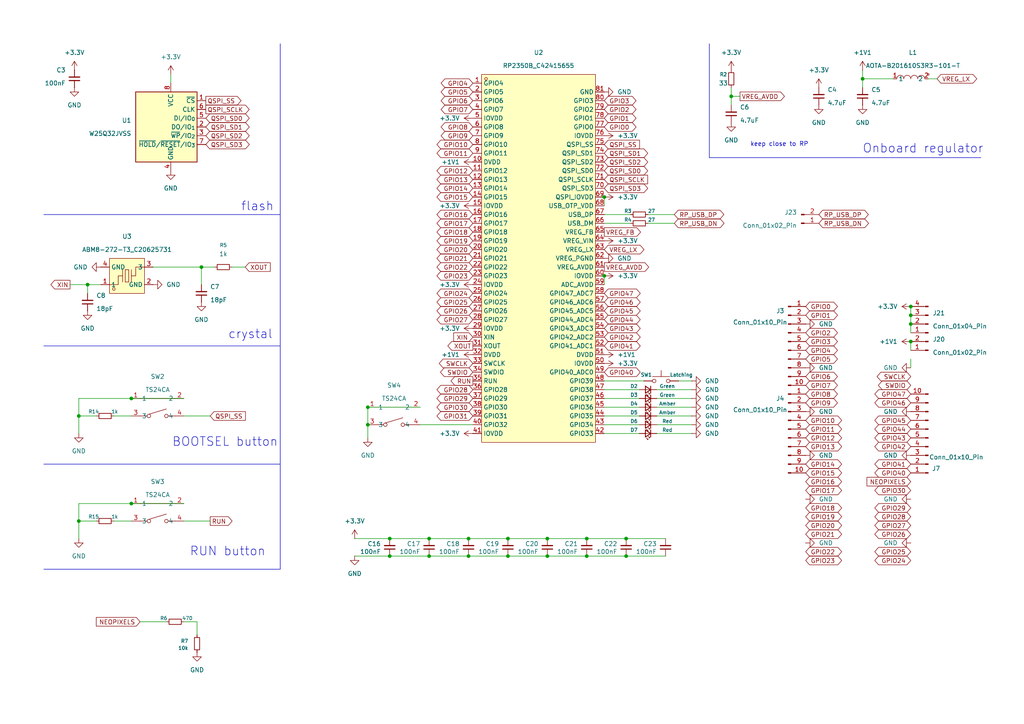
<source format=kicad_sch>
(kicad_sch (version 20250114) (generator "eeschema") (generator_version "9.0")
  (paper "A4")
  (text "BOOTSEL button" (at 65.278 128.27 0) (effects (font (size 2.54 2.54))))
  (text "Onboard regulator" (at 267.716 43.18 0) (effects (font (size 2.54 2.54))))
  (text "RUN button" (at 66.04 160.02 0) (effects (font (size 2.54 2.54))))
  (text "keep close to RP" (at 226.06 41.91 0) (effects (font (size 1.27 1.27))))
  (text "crystal" (at 72.644 97.028 0) (effects (font (size 2.54 2.54))))
  (text "flash" (at 74.676 59.944 0) (effects (font (size 2.54 2.54))))
  (junction (at 264.16 93.98))
  (junction (at 38.1 146.05))
  (junction (at 113.03 156.21))
  (junction (at 264.16 88.9))
  (junction (at 147.32 156.21))
  (junction (at 106.68 123.19))
  (junction (at 38.1 115.57))
  (junction (at 264.16 91.44))
  (junction (at 113.03 161.29))
  (junction (at 22.86 151.13))
  (junction (at 158.75 161.29))
  (junction (at 158.75 156.21))
  (junction (at 175.26 80.01))
  (junction (at 250.19 22.86))
  (junction (at 181.61 156.21))
  (junction (at 170.18 156.21))
  (junction (at 58.42 77.47))
  (junction (at 106.68 118.11))
  (junction (at 124.46 161.29))
  (junction (at 135.89 156.21))
  (junction (at 175.26 57.15))
  (junction (at 22.86 120.65))
  (junction (at 25.4 82.55))
  (junction (at 170.18 161.29))
  (junction (at 135.89 161.29))
  (junction (at 181.61 161.29))
  (junction (at 147.32 161.29))
  (junction (at 264.16 99.06))
  (junction (at 124.46 156.21))
  (junction (at 212.09 27.94))
  (wire (pts (xy 250.19 20.32) (xy 250.19 22.86)))
  (wire (pts (xy 106.68 118.11) (xy 106.68 123.19)))
  (wire (pts (xy 38.1 146.05) (xy 53.34 146.05)))
  (wire (pts (xy 49.53 21.59) (xy 49.53 24.13)))
  (wire (pts (xy 264.16 91.44) (xy 264.16 93.98)))
  (wire (pts (xy 264.16 93.98) (xy 264.16 96.52)))
  (wire (pts (xy 53.34 180.34) (xy 57.15 180.34)))
  (wire (pts (xy 181.61 156.21) (xy 193.04 156.21)))
  (wire (pts (xy 212.09 25.4) (xy 212.09 27.94)))
  (wire (pts (xy 113.03 156.21) (xy 124.46 156.21)))
  (wire (pts (xy 264.16 88.9) (xy 264.16 91.44)))
  (wire (pts (xy 175.26 118.11) (xy 185.42 118.11)))
  (wire (pts (xy 158.75 161.29) (xy 170.18 161.29)))
  (wire (pts (xy 102.87 156.21) (xy 113.03 156.21)))
  (polyline (pts (xy 12.7 165.1) (xy 81.28 165.1)))
  (polyline (pts (xy 205.74 12.7) (xy 205.74 45.72)))
  (wire (pts (xy 102.87 161.29) (xy 113.03 161.29)))
  (polyline (pts (xy 205.74 45.72) (xy 284.48 45.72)))
  (wire (pts (xy 22.86 125.73) (xy 22.86 120.65)))
  (wire (pts (xy 175.26 125.73) (xy 185.42 125.73)))
  (wire (pts (xy 250.19 22.86) (xy 259.08 22.86)))
  (wire (pts (xy 195.58 64.77) (xy 187.96 64.77)))
  (wire (pts (xy 175.26 57.15) (xy 175.26 59.69)))
  (wire (pts (xy 22.86 115.57) (xy 38.1 115.57)))
  (wire (pts (xy 147.32 156.21) (xy 158.75 156.21)))
  (wire (pts (xy 40.64 180.34) (xy 48.26 180.34)))
  (wire (pts (xy 53.34 151.13) (xy 60.96 151.13)))
  (wire (pts (xy 158.75 156.21) (xy 170.18 156.21)))
  (wire (pts (xy 269.24 22.86) (xy 271.78 22.86)))
  (wire (pts (xy 264.16 104.14) (xy 264.16 106.68)))
  (wire (pts (xy 22.86 120.65) (xy 22.86 115.57)))
  (wire (pts (xy 190.5 115.57) (xy 200.66 115.57)))
  (polyline (pts (xy 12.7 134.62) (xy 81.28 134.62)))
  (wire (pts (xy 182.88 62.23) (xy 175.26 62.23)))
  (wire (pts (xy 212.09 27.94) (xy 212.09 30.48)))
  (wire (pts (xy 175.26 110.49) (xy 186.69 110.49)))
  (wire (pts (xy 67.31 77.47) (xy 71.12 77.47)))
  (wire (pts (xy 53.34 120.65) (xy 60.96 120.65)))
  (wire (pts (xy 190.5 118.11) (xy 200.66 118.11)))
  (polyline (pts (xy 81.28 100.33) (xy 81.28 134.62)))
  (wire (pts (xy 190.5 120.65) (xy 200.66 120.65)))
  (wire (pts (xy 58.42 77.47) (xy 62.23 77.47)))
  (wire (pts (xy 175.26 120.65) (xy 185.42 120.65)))
  (wire (pts (xy 22.86 156.21) (xy 22.86 151.13)))
  (wire (pts (xy 22.86 120.65) (xy 27.94 120.65)))
  (wire (pts (xy 44.45 77.47) (xy 58.42 77.47)))
  (wire (pts (xy 25.4 82.55) (xy 25.4 85.09)))
  (wire (pts (xy 113.03 161.29) (xy 124.46 161.29)))
  (wire (pts (xy 181.61 161.29) (xy 193.04 161.29)))
  (polyline (pts (xy 12.7 100.33) (xy 81.28 100.33)))
  (wire (pts (xy 147.32 161.29) (xy 158.75 161.29)))
  (wire (pts (xy 124.46 161.29) (xy 135.89 161.29)))
  (wire (pts (xy 121.92 118.11) (xy 106.68 118.11)))
  (wire (pts (xy 58.42 77.47) (xy 58.42 82.55)))
  (wire (pts (xy 250.19 22.86) (xy 250.19 25.4)))
  (wire (pts (xy 57.15 180.34) (xy 57.15 184.15)))
  (polyline (pts (xy 81.28 62.23) (xy 81.28 12.7)))
  (wire (pts (xy 106.68 127) (xy 106.68 123.19)))
  (wire (pts (xy 20.32 82.55) (xy 25.4 82.55)))
  (wire (pts (xy 175.26 80.01) (xy 175.26 82.55)))
  (wire (pts (xy 190.5 125.73) (xy 200.66 125.73)))
  (wire (pts (xy 190.5 123.19) (xy 200.66 123.19)))
  (wire (pts (xy 135.89 156.21) (xy 147.32 156.21)))
  (wire (pts (xy 25.4 82.55) (xy 29.21 82.55)))
  (wire (pts (xy 182.88 64.77) (xy 175.26 64.77)))
  (wire (pts (xy 170.18 156.21) (xy 181.61 156.21)))
  (wire (pts (xy 33.02 151.13) (xy 38.1 151.13)))
  (wire (pts (xy 135.89 161.29) (xy 147.32 161.29)))
  (wire (pts (xy 124.46 156.21) (xy 135.89 156.21)))
  (wire (pts (xy 33.02 120.65) (xy 38.1 120.65)))
  (polyline (pts (xy 12.7 62.23) (xy 81.28 62.23)))
  (wire (pts (xy 190.5 113.03) (xy 200.66 113.03)))
  (wire (pts (xy 22.86 151.13) (xy 22.86 146.05)))
  (wire (pts (xy 175.26 115.57) (xy 185.42 115.57)))
  (polyline (pts (xy 81.28 134.62) (xy 81.28 165.1)))
  (wire (pts (xy 22.86 146.05) (xy 38.1 146.05)))
  (wire (pts (xy 38.1 115.57) (xy 53.34 115.57)))
  (wire (pts (xy 175.26 123.19) (xy 185.42 123.19)))
  (wire (pts (xy 175.26 113.03) (xy 185.42 113.03)))
  (wire (pts (xy 264.16 99.06) (xy 264.16 101.6)))
  (wire (pts (xy 212.09 27.94) (xy 214.63 27.94)))
  (wire (pts (xy 121.92 123.19) (xy 137.16 123.19)))
  (wire (pts (xy 195.58 62.23) (xy 187.96 62.23)))
  (polyline (pts (xy 81.28 62.23) (xy 81.28 100.33)))
  (wire (pts (xy 170.18 161.29) (xy 181.61 161.29)))
  (wire (pts (xy 22.86 151.13) (xy 27.94 151.13)))
  (wire (pts (xy 196.85 110.49) (xy 200.66 110.49)))
  (global_label "GPIO11" (shape bidirectional) (at 137.16 44.45 180) (property "Intersheetrefs" "${INTERSHEET_REFS}" (effects (hide yes))))
  (global_label "VREG_LX" (shape bidirectional) (at 175.26 72.39 0) (property "Intersheetrefs" "${INTERSHEET_REFS}" (effects (hide yes))))
  (global_label "RP_USB_DP" (shape bidirectional) (at 237.49 62.23 0) (property "Intersheetrefs" "${INTERSHEET_REFS}" (effects (hide yes))))
  (global_label "RP_USB_DN" (shape bidirectional) (at 237.49 64.77 0) (property "Intersheetrefs" "${INTERSHEET_REFS}" (effects (hide yes))))
  (global_label "SWCLK" (shape bidirectional) (at 264.16 109.22 180) (property "Intersheetrefs" "${INTERSHEET_REFS}" (effects (hide yes))))
  (global_label "QSPI_SD1" (shape bidirectional) (at 175.26 44.45 0) (property "Intersheetrefs" "${INTERSHEET_REFS}" (effects (hide yes))))
  (global_label "GPIO4" (shape bidirectional) (at 137.16 24.13 180) (property "Intersheetrefs" "${INTERSHEET_REFS}" (effects (hide yes))))
  (global_label "GPIO1" (shape bidirectional) (at 175.26 34.29 0) (property "Intersheetrefs" "${INTERSHEET_REFS}" (effects (hide yes))))
  (global_label "VREG_FB" (shape output) (at 175.26 67.31 0) (property "Intersheetrefs" "${INTERSHEET_REFS}" (effects (hide yes))))
  (global_label "GPIO20" (shape bidirectional) (at 233.68 152.4 0) (property "Intersheetrefs" "${INTERSHEET_REFS}" (effects (hide yes))))
  (global_label "VREG_AVDD" (shape output) (at 214.63 27.94 0) (property "Intersheetrefs" "${INTERSHEET_REFS}" (effects (hide yes))))
  (global_label "GPIO47" (shape bidirectional) (at 175.26 85.09 0) (property "Intersheetrefs" "${INTERSHEET_REFS}" (effects (hide yes))))
  (global_label "GPIO41" (shape bidirectional) (at 175.26 100.33 0) (property "Intersheetrefs" "${INTERSHEET_REFS}" (effects (hide yes))))
  (global_label "GPIO31" (shape bidirectional) (at 137.16 120.65 180) (property "Intersheetrefs" "${INTERSHEET_REFS}" (effects (hide yes))))
  (global_label "GPIO28" (shape bidirectional) (at 137.16 113.03 180) (property "Intersheetrefs" "${INTERSHEET_REFS}" (effects (hide yes))))
  (global_label "QSPI_SCLK" (shape output) (at 59.69 31.75 0) (property "Intersheetrefs" "${INTERSHEET_REFS}" (effects (hide yes))))
  (global_label "RP_USB_DP" (shape bidirectional) (at 195.58 62.23 0) (property "Intersheetrefs" "${INTERSHEET_REFS}" (effects (hide yes))))
  (global_label "RP_USB_DN" (shape bidirectional) (at 195.58 64.77 0) (property "Intersheetrefs" "${INTERSHEET_REFS}" (effects (hide yes))))
  (global_label "GPIO13" (shape bidirectional) (at 233.68 129.54 0) (property "Intersheetrefs" "${INTERSHEET_REFS}" (effects (hide yes))))
  (global_label "GPIO27" (shape bidirectional) (at 264.16 152.4 180) (property "Intersheetrefs" "${INTERSHEET_REFS}" (effects (hide yes))))
  (global_label "GPIO9" (shape bidirectional) (at 137.16 39.37 180) (property "Intersheetrefs" "${INTERSHEET_REFS}" (effects (hide yes))))
  (global_label "GPIO15" (shape bidirectional) (at 233.68 137.16 0) (property "Intersheetrefs" "${INTERSHEET_REFS}" (effects (hide yes))))
  (global_label "GPIO15" (shape bidirectional) (at 137.16 57.15 180) (property "Intersheetrefs" "${INTERSHEET_REFS}" (effects (hide yes))))
  (global_label "GPIO23" (shape bidirectional) (at 233.68 162.56 0) (property "Intersheetrefs" "${INTERSHEET_REFS}" (effects (hide yes))))
  (global_label "GPIO16" (shape bidirectional) (at 137.16 62.23 180) (property "Intersheetrefs" "${INTERSHEET_REFS}" (effects (hide yes))))
  (global_label "SWDIO" (shape bidirectional) (at 264.16 111.76 180) (property "Intersheetrefs" "${INTERSHEET_REFS}" (effects (hide yes))))
  (global_label "GPIO21" (shape bidirectional) (at 233.68 154.94 0) (property "Intersheetrefs" "${INTERSHEET_REFS}" (effects (hide yes))))
  (global_label "GPIO45" (shape bidirectional) (at 264.16 121.92 180) (property "Intersheetrefs" "${INTERSHEET_REFS}" (effects (hide yes))))
  (global_label "SWCLK" (shape bidirectional) (at 137.16 105.41 180) (property "Intersheetrefs" "${INTERSHEET_REFS}" (effects (hide yes))))
  (global_label "GPIO6" (shape bidirectional) (at 137.16 29.21 180) (property "Intersheetrefs" "${INTERSHEET_REFS}" (effects (hide yes))))
  (global_label "GPIO20" (shape bidirectional) (at 137.16 72.39 180) (property "Intersheetrefs" "${INTERSHEET_REFS}" (effects (hide yes))))
  (global_label "GPIO43" (shape bidirectional) (at 264.16 127 180) (property "Intersheetrefs" "${INTERSHEET_REFS}" (effects (hide yes))))
  (global_label "GPIO8" (shape bidirectional) (at 137.16 36.83 180) (property "Intersheetrefs" "${INTERSHEET_REFS}" (effects (hide yes))))
  (global_label "GPIO29" (shape bidirectional) (at 137.16 115.57 180) (property "Intersheetrefs" "${INTERSHEET_REFS}" (effects (hide yes))))
  (global_label "GPIO3" (shape bidirectional) (at 233.68 99.06 0) (property "Intersheetrefs" "${INTERSHEET_REFS}" (effects (hide yes))))
  (global_label "GPIO18" (shape bidirectional) (at 137.16 67.31 180) (property "Intersheetrefs" "${INTERSHEET_REFS}" (effects (hide yes))))
  (global_label "GPIO18" (shape bidirectional) (at 233.68 147.32 0) (property "Intersheetrefs" "${INTERSHEET_REFS}" (effects (hide yes))))
  (global_label "QSPI_SS" (shape input) (at 175.26 41.91 0) (property "Intersheetrefs" "${INTERSHEET_REFS}" (effects (hide yes))))
  (global_label "GPIO13" (shape bidirectional) (at 137.16 52.07 180) (property "Intersheetrefs" "${INTERSHEET_REFS}" (effects (hide yes))))
  (global_label "GPIO6" (shape bidirectional) (at 233.68 109.22 0) (property "Intersheetrefs" "${INTERSHEET_REFS}" (effects (hide yes))))
  (global_label "GPIO26" (shape bidirectional) (at 137.16 90.17 180) (property "Intersheetrefs" "${INTERSHEET_REFS}" (effects (hide yes))))
  (global_label "QSPI_SD2" (shape bidirectional) (at 59.69 39.37 0) (property "Intersheetrefs" "${INTERSHEET_REFS}" (effects (hide yes))))
  (global_label "GPIO42" (shape bidirectional) (at 175.26 97.79 0) (property "Intersheetrefs" "${INTERSHEET_REFS}" (effects (hide yes))))
  (global_label "GPIO47" (shape bidirectional) (at 264.16 114.3 180) (property "Intersheetrefs" "${INTERSHEET_REFS}" (effects (hide yes))))
  (global_label "GPIO25" (shape bidirectional) (at 264.16 160.02 180) (property "Intersheetrefs" "${INTERSHEET_REFS}" (effects (hide yes))))
  (global_label "XOUT" (shape input) (at 71.12 77.47 0) (property "Intersheetrefs" "${INTERSHEET_REFS}" (effects (hide yes))))
  (global_label "GPIO3" (shape bidirectional) (at 175.26 29.21 0) (property "Intersheetrefs" "${INTERSHEET_REFS}" (effects (hide yes))))
  (global_label "GPIO46" (shape bidirectional) (at 264.16 116.84 180) (property "Intersheetrefs" "${INTERSHEET_REFS}" (effects (hide yes))))
  (global_label "GPIO5" (shape bidirectional) (at 233.68 104.14 0) (property "Intersheetrefs" "${INTERSHEET_REFS}" (effects (hide yes))))
  (global_label "GPIO19" (shape bidirectional) (at 137.16 69.85 180) (property "Intersheetrefs" "${INTERSHEET_REFS}" (effects (hide yes))))
  (global_label "GPIO21" (shape bidirectional) (at 137.16 74.93 180) (property "Intersheetrefs" "${INTERSHEET_REFS}" (effects (hide yes))))
  (global_label "GPIO2" (shape bidirectional) (at 175.26 31.75 0) (property "Intersheetrefs" "${INTERSHEET_REFS}" (effects (hide yes))))
  (global_label "GPIO28" (shape bidirectional) (at 264.16 149.86 180) (property "Intersheetrefs" "${INTERSHEET_REFS}" (effects (hide yes))))
  (global_label "GPIO10" (shape bidirectional) (at 233.68 121.92 0) (property "Intersheetrefs" "${INTERSHEET_REFS}" (effects (hide yes))))
  (global_label "GPIO19" (shape bidirectional) (at 233.68 149.86 0) (property "Intersheetrefs" "${INTERSHEET_REFS}" (effects (hide yes))))
  (global_label "XOUT" (shape output) (at 137.16 100.33 180) (property "Intersheetrefs" "${INTERSHEET_REFS}" (effects (hide yes))))
  (global_label "RUN" (shape output) (at 60.96 151.13 0) (property "Intersheetrefs" "${INTERSHEET_REFS}" (effects (hide yes))))
  (global_label "GPIO1" (shape bidirectional) (at 233.68 91.44 0) (property "Intersheetrefs" "${INTERSHEET_REFS}" (effects (hide yes))))
  (global_label "GPIO29" (shape bidirectional) (at 264.16 147.32 180) (property "Intersheetrefs" "${INTERSHEET_REFS}" (effects (hide yes))))
  (global_label "XIN" (shape output) (at 20.32 82.55 180) (property "Intersheetrefs" "${INTERSHEET_REFS}" (effects (hide yes))))
  (global_label "GPIO7" (shape bidirectional) (at 233.68 111.76 0) (property "Intersheetrefs" "${INTERSHEET_REFS}" (effects (hide yes))))
  (global_label "XIN" (shape input) (at 137.16 97.79 180) (property "Intersheetrefs" "${INTERSHEET_REFS}" (effects (hide yes))))
  (global_label "GPIO4" (shape bidirectional) (at 233.68 101.6 0) (property "Intersheetrefs" "${INTERSHEET_REFS}" (effects (hide yes))))
  (global_label "GPIO43" (shape bidirectional) (at 175.26 95.25 0) (property "Intersheetrefs" "${INTERSHEET_REFS}" (effects (hide yes))))
  (global_label "GPIO11" (shape bidirectional) (at 233.68 124.46 0) (property "Intersheetrefs" "${INTERSHEET_REFS}" (effects (hide yes))))
  (global_label "QSPI_SD1" (shape bidirectional) (at 59.69 36.83 0) (property "Intersheetrefs" "${INTERSHEET_REFS}" (effects (hide yes))))
  (global_label "GPIO14" (shape bidirectional) (at 137.16 54.61 180) (property "Intersheetrefs" "${INTERSHEET_REFS}" (effects (hide yes))))
  (global_label "GPIO17" (shape bidirectional) (at 233.68 142.24 0) (property "Intersheetrefs" "${INTERSHEET_REFS}" (effects (hide yes))))
  (global_label "RUN" (shape output) (at 137.16 110.49 180) (property "Intersheetrefs" "${INTERSHEET_REFS}" (effects (hide yes))))
  (global_label "GPIO0" (shape bidirectional) (at 175.26 36.83 0) (property "Intersheetrefs" "${INTERSHEET_REFS}" (effects (hide yes))))
  (global_label "GPIO12" (shape bidirectional) (at 233.68 127 0) (property "Intersheetrefs" "${INTERSHEET_REFS}" (effects (hide yes))))
  (global_label "GPIO5" (shape bidirectional) (at 137.16 26.67 180) (property "Intersheetrefs" "${INTERSHEET_REFS}" (effects (hide yes))))
  (global_label "GPIO26" (shape bidirectional) (at 264.16 154.94 180) (property "Intersheetrefs" "${INTERSHEET_REFS}" (effects (hide yes))))
  (global_label "GPIO25" (shape bidirectional) (at 137.16 87.63 180) (property "Intersheetrefs" "${INTERSHEET_REFS}" (effects (hide yes))))
  (global_label "GPIO10" (shape bidirectional) (at 137.16 41.91 180) (property "Intersheetrefs" "${INTERSHEET_REFS}" (effects (hide yes))))
  (global_label "QSPI_SD2" (shape bidirectional) (at 175.26 46.99 0) (property "Intersheetrefs" "${INTERSHEET_REFS}" (effects (hide yes))))
  (global_label "VREG_AVDD" (shape output) (at 175.26 77.47 0) (property "Intersheetrefs" "${INTERSHEET_REFS}" (effects (hide yes))))
  (global_label "QSPI_SD3" (shape bidirectional) (at 59.69 41.91 0) (property "Intersheetrefs" "${INTERSHEET_REFS}" (effects (hide yes))))
  (global_label "GPIO8" (shape bidirectional) (at 233.68 114.3 0) (property "Intersheetrefs" "${INTERSHEET_REFS}" (effects (hide yes))))
  (global_label "NEOPIXELS" (shape input) (at 40.64 180.34 180) (property "Intersheetrefs" "${INTERSHEET_REFS}" (effects (hide yes))))
  (global_label "GPIO16" (shape bidirectional) (at 233.68 139.7 0) (property "Intersheetrefs" "${INTERSHEET_REFS}" (effects (hide yes))))
  (global_label "GPIO46" (shape bidirectional) (at 175.26 87.63 0) (property "Intersheetrefs" "${INTERSHEET_REFS}" (effects (hide yes))))
  (global_label "GPIO17" (shape bidirectional) (at 137.16 64.77 180) (property "Intersheetrefs" "${INTERSHEET_REFS}" (effects (hide yes))))
  (global_label "GPIO0" (shape bidirectional) (at 233.68 88.9 0) (property "Intersheetrefs" "${INTERSHEET_REFS}" (effects (hide yes))))
  (global_label "GPIO40" (shape bidirectional) (at 264.16 137.16 180) (property "Intersheetrefs" "${INTERSHEET_REFS}" (effects (hide yes))))
  (global_label "GPIO7" (shape bidirectional) (at 137.16 31.75 180) (property "Intersheetrefs" "${INTERSHEET_REFS}" (effects (hide yes))))
  (global_label "GPIO27" (shape bidirectional) (at 137.16 92.71 180) (property "Intersheetrefs" "${INTERSHEET_REFS}" (effects (hide yes))))
  (global_label "GPIO12" (shape bidirectional) (at 137.16 49.53 180) (property "Intersheetrefs" "${INTERSHEET_REFS}" (effects (hide yes))))
  (global_label "QSPI_SD0" (shape bidirectional) (at 59.69 34.29 0) (property "Intersheetrefs" "${INTERSHEET_REFS}" (effects (hide yes))))
  (global_label "GPIO45" (shape bidirectional) (at 175.26 90.17 0) (property "Intersheetrefs" "${INTERSHEET_REFS}" (effects (hide yes))))
  (global_label "NEOPIXELS" (shape input) (at 264.16 139.7 180) (property "Intersheetrefs" "${INTERSHEET_REFS}" (effects (hide yes))))
  (global_label "VREG_LX" (shape bidirectional) (at 271.78 22.86 0) (property "Intersheetrefs" "${INTERSHEET_REFS}" (effects (hide yes))))
  (global_label "GPIO30" (shape bidirectional) (at 264.16 142.24 180) (property "Intersheetrefs" "${INTERSHEET_REFS}" (effects (hide yes))))
  (global_label "GPIO42" (shape bidirectional) (at 264.16 129.54 180) (property "Intersheetrefs" "${INTERSHEET_REFS}" (effects (hide yes))))
  (global_label "GPIO24" (shape bidirectional) (at 137.16 85.09 180) (property "Intersheetrefs" "${INTERSHEET_REFS}" (effects (hide yes))))
  (global_label "GPIO30" (shape bidirectional) (at 137.16 118.11 180) (property "Intersheetrefs" "${INTERSHEET_REFS}" (effects (hide yes))))
  (global_label "GPIO44" (shape bidirectional) (at 264.16 124.46 180) (property "Intersheetrefs" "${INTERSHEET_REFS}" (effects (hide yes))))
  (global_label "QSPI_SS" (shape input) (at 60.96 120.65 0) (property "Intersheetrefs" "${INTERSHEET_REFS}" (effects (hide yes))))
  (global_label "QSPI_SD3" (shape bidirectional) (at 175.26 54.61 0) (property "Intersheetrefs" "${INTERSHEET_REFS}" (effects (hide yes))))
  (global_label "GPIO40" (shape bidirectional) (at 175.26 107.95 0) (property "Intersheetrefs" "${INTERSHEET_REFS}" (effects (hide yes))))
  (global_label "GPIO14" (shape bidirectional) (at 233.68 134.62 0) (property "Intersheetrefs" "${INTERSHEET_REFS}" (effects (hide yes))))
  (global_label "QSPI_SD0" (shape bidirectional) (at 175.26 49.53 0) (property "Intersheetrefs" "${INTERSHEET_REFS}" (effects (hide yes))))
  (global_label "SWDIO" (shape bidirectional) (at 137.16 107.95 180) (property "Intersheetrefs" "${INTERSHEET_REFS}" (effects (hide yes))))
  (global_label "GPIO9" (shape bidirectional) (at 233.68 116.84 0) (property "Intersheetrefs" "${INTERSHEET_REFS}" (effects (hide yes))))
  (global_label "GPIO22" (shape bidirectional) (at 137.16 77.47 180) (property "Intersheetrefs" "${INTERSHEET_REFS}" (effects (hide yes))))
  (global_label "QSPI_SS" (shape output) (at 59.69 29.21 0) (property "Intersheetrefs" "${INTERSHEET_REFS}" (effects (hide yes))))
  (global_label "GPIO23" (shape bidirectional) (at 137.16 80.01 180) (property "Intersheetrefs" "${INTERSHEET_REFS}" (effects (hide yes))))
  (global_label "GPIO22" (shape bidirectional) (at 233.68 160.02 0) (property "Intersheetrefs" "${INTERSHEET_REFS}" (effects (hide yes))))
  (global_label "GPIO2" (shape bidirectional) (at 233.68 96.52 0) (property "Intersheetrefs" "${INTERSHEET_REFS}" (effects (hide yes))))
  (global_label "GPIO41" (shape bidirectional) (at 264.16 134.62 180) (property "Intersheetrefs" "${INTERSHEET_REFS}" (effects (hide yes))))
  (global_label "QSPI_SCLK" (shape input) (at 175.26 52.07 0) (property "Intersheetrefs" "${INTERSHEET_REFS}" (effects (hide yes))))
  (global_label "GPIO24" (shape bidirectional) (at 264.16 162.56 180) (property "Intersheetrefs" "${INTERSHEET_REFS}" (effects (hide yes))))
  (global_label "GPIO44" (shape bidirectional) (at 175.26 92.71 0) (property "Intersheetrefs" "${INTERSHEET_REFS}" (effects (hide yes))))
  (symbol (lib_id "easyeda2kicad:TS24CA") (at 114.3 120.65 0) (unit 1)
    (property "Reference" "SW4" (at 114.3 111.76 0))
    (property "Value" "TS24CA" (at 114.3 115.57 0))
    (property "Footprint" "easyeda2kicad:SW-SMD_TS24CA" (effects (hide yes)))
    (property "Datasheet" "https://lcsc.com/product-detail/Tactile-Switches_SHOU-HAN-TS24CA_C393942.html" (effects (hide yes)))
    (property "LCSC Part" "C393942" (effects (hide yes)))
  )
  (symbol (lib_id "power:+3.3V") (at 137.16 34.29 90) (unit 1)
    (property "Reference" "#PWR014" (effects (hide yes)))
    (property "Value" "+3.3V" (at 133.35 34.2899 90) (effects (justify left)))
    (property "Description" "Power symbol creates a global label with name \"+3.3V\"" (effects (hide yes)))
  )
  (symbol (lib_id "power:GND") (at 200.66 118.11 90) (unit 1)
    (property "Reference" "#PWR034" (effects (hide yes)))
    (property "Value" "GND" (at 204.47 118.1099 90) (effects (justify right)))
    (property "Description" "Power symbol creates a global label with name \"GND\" , ground" (effects (hide yes)))
  )
  (symbol (lib_id "power:+1V1") (at 137.16 102.87 90) (unit 1)
    (property "Reference" "#PWR081" (effects (hide yes)))
    (property "Value" "+1V1" (at 133.35 102.8699 90) (effects (justify left)))
    (property "Description" "Power symbol creates a global label with name \"+1V1\"" (effects (hide yes)))
  )
  (symbol (lib_id "power:GND") (at 200.66 110.49 90) (unit 1)
    (property "Reference" "#PWR030" (effects (hide yes)))
    (property "Value" "GND" (at 204.47 110.4899 90) (effects (justify right)))
    (property "Description" "Power symbol creates a global label with name \"GND\" , ground" (effects (hide yes)))
  )
  (symbol (lib_id "Device:C_Small") (at 58.42 85.09 180) (unit 1)
    (property "Reference" "C7" (at 60.96 83.1785 0) (effects (justify right)))
    (property "Value" "18pF" (at 60.96 86.9885 0) (effects (justify right)))
    (property "Footprint" "Capacitor_SMD:C_0201_0603Metric_Pad0.64x0.40mm_HandSolder" (effects (hide yes)))
    (property "Description" "Unpolarized capacitor, small symbol" (effects (hide yes)))
  )
  (symbol (lib_id "power:+3.3V") (at 21.59 20.32 0) (unit 1)
    (property "Reference" "#PWR05" (effects (hide yes)))
    (property "Value" "+3.3V" (at 21.59 15.24 0))
    (property "Description" "Power symbol creates a global label with name \"+3.3V\"" (effects (hide yes)))
  )
  (symbol (lib_id "Device:R_Small") (at 57.15 186.69 0) (mirror y) (unit 1) (on_board no)
    (property "Reference" "R7" (at 54.61 185.928 0) (effects (font (size 1.016 1.016)) (justify left)))
    (property "Value" "10k" (at 54.61 187.9599 0) (effects (font (size 1.016 1.016)) (justify left)))
    (property "Footprint" "Resistor_SMD:R_0402_1005Metric_Pad0.72x0.64mm_HandSolder" (effects (hide yes)))
    (property "Description" "Resistor, small symbol" (effects (hide yes)))
  )
  (symbol (lib_id "power:+1V1") (at 250.19 20.32 0) (unit 1)
    (property "Reference" "#PWR07" (effects (hide yes)))
    (property "Value" "+1V1" (at 250.19 15.24 0))
    (property "Description" "Power symbol creates a global label with name \"+1V1\"" (effects (hide yes)))
  )
  (symbol (lib_id "Device:LED_Small") (at 187.96 120.65 180) (unit 1)
    (property "Reference" "D5" (at 183.896 119.634 0) (effects (font (size 1.016 1.016))))
    (property "Value" "Amber" (at 193.548 119.634 0) (effects (font (size 1.016 1.016))))
    (property "Footprint" "LED_SMD:LED_0603_1608Metric_Pad1.05x0.95mm_HandSolder" (effects (hide yes)))
    (property "Description" "Light emitting diode, small symbol" (effects (hide yes)))
    (property "Sim.Pin" "1=K 2=A" (effects (hide yes)))
  )
  (symbol (lib_id "power:GND") (at 264.16 132.08 270) (unit 1)
    (property "Reference" "#PWR096" (effects (hide yes)))
    (property "Value" "GND" (at 260.35 132.0799 90) (effects (justify right)))
    (property "Description" "Power symbol creates a global label with name \"GND\" , ground" (effects (hide yes)))
  )
  (symbol (lib_id "Connector:Conn_01x10_Pin") (at 228.6 124.46 0) (unit 1)
    (property "Reference" "J4" (at 226.314 115.57 0))
    (property "Value" "Conn_01x10_Pin" (at 220.472 118.872 0))
    (property "Footprint" "Connector_PinHeader_2.54mm:PinHeader_1x10_P2.54mm_Vertical" (effects (hide yes)))
    (property "Description" "Generic connector, single row, 01x10, script generated" (effects (hide yes)))
  )
  (symbol (lib_id "power:+1V1") (at 137.16 46.99 90) (unit 1)
    (property "Reference" "#PWR082" (effects (hide yes)))
    (property "Value" "+1V1" (at 133.35 46.9899 90) (effects (justify left)))
    (property "Description" "Power symbol creates a global label with name \"+1V1\"" (effects (hide yes)))
  )
  (symbol (lib_id "power:GND") (at 29.21 77.47 270) (unit 1)
    (property "Reference" "#PWR022" (effects (hide yes)))
    (property "Value" "GND" (at 25.4 77.4699 90) (effects (justify right)))
    (property "Description" "Power symbol creates a global label with name \"GND\" , ground" (effects (hide yes)))
  )
  (symbol (lib_id "Device:LED_Small") (at 187.96 118.11 180) (unit 1)
    (property "Reference" "D4" (at 183.896 117.094 0) (effects (font (size 1.016 1.016))))
    (property "Value" "Amber" (at 193.548 117.094 0) (effects (font (size 1.016 1.016))))
    (property "Footprint" "LED_SMD:LED_0603_1608Metric_Pad1.05x0.95mm_HandSolder" (effects (hide yes)))
    (property "Description" "Light emitting diode, small symbol" (effects (hide yes)))
    (property "Sim.Pin" "1=K 2=A" (effects (hide yes)))
  )
  (symbol (lib_id "easyeda2kicad:TS24CA") (at 45.72 148.59 0) (unit 1)
    (property "Reference" "SW3" (at 45.72 139.7 0))
    (property "Value" "TS24CA" (at 45.72 143.51 0))
    (property "Footprint" "easyeda2kicad:SW-SMD_TS24CA" (effects (hide yes)))
    (property "Datasheet" "https://lcsc.com/product-detail/Tactile-Switches_SHOU-HAN-TS24CA_C393942.html" (effects (hide yes)))
    (property "LCSC Part" "C393942" (effects (hide yes)))
  )
  (symbol (lib_id "power:GND") (at 200.66 125.73 90) (unit 1)
    (property "Reference" "#PWR038" (effects (hide yes)))
    (property "Value" "GND" (at 204.47 125.7299 90) (effects (justify right)))
    (property "Description" "Power symbol creates a global label with name \"GND\" , ground" (effects (hide yes)))
  )
  (symbol (lib_id "Device:R_Small") (at 212.09 22.86 180) (unit 1)
    (property "Reference" "R2" (at 209.804 21.59 0) (effects (font (size 1.016 1.016))))
    (property "Value" "33" (at 209.804 24.13 0))
    (property "Footprint" "Resistor_SMD:R_0402_1005Metric_Pad0.72x0.64mm_HandSolder" (effects (hide yes)))
    (property "Description" "Resistor, small symbol" (effects (hide yes)))
  )
  (symbol (lib_id "power:GND") (at 264.16 157.48 270) (unit 1)
    (property "Reference" "#PWR098" (effects (hide yes)))
    (property "Value" "GND" (at 260.35 157.4799 90) (effects (justify right)))
    (property "Description" "Power symbol creates a global label with name \"GND\" , ground" (effects (hide yes)))
  )
  (symbol (lib_id "power:+3.3V") (at 137.16 125.73 90) (unit 1)
    (property "Reference" "#PWR037" (effects (hide yes)))
    (property "Value" "+3.3V" (at 133.35 125.7299 90) (effects (justify left)))
    (property "Description" "Power symbol creates a global label with name \"+3.3V\"" (effects (hide yes)))
  )
  (symbol (lib_id "power:GND") (at 25.4 90.17 0) (unit 1)
    (property "Reference" "#PWR026" (effects (hide yes)))
    (property "Value" "GND" (at 25.4 95.25 0))
    (property "Description" "Power symbol creates a global label with name \"GND\" , ground" (effects (hide yes)))
  )
  (symbol (lib_id "Device:R_Small") (at 185.42 64.77 90) (unit 1)
    (property "Reference" "R4" (at 182.118 63.754 90) (effects (font (size 1.016 1.016))))
    (property "Value" "27" (at 188.976 63.754 90) (effects (font (size 1.016 1.016))))
    (property "Footprint" "Resistor_SMD:R_0402_1005Metric_Pad0.72x0.64mm_HandSolder" (effects (hide yes)))
    (property "Description" "Resistor, small symbol" (effects (hide yes)))
  )
  (symbol (lib_id "EasyEDA:RP2350B_C42415655") (at 156.21 74.93 0) (unit 1)
    (property "Reference" "U2" (at 156.21 15.24 0))
    (property "Value" "RP2350B_C42415655" (at 156.21 19.05 0))
    (property "Footprint" "easyeda2kicad:QFN-80_L10.0-W10.0-P0.40-TL-EP3.4" (effects (hide yes)))
    (property "LCSC Part" "C42415655" (effects (hide yes)))
  )
  (symbol (lib_id "power:GND") (at 57.15 189.23 0) (unit 1)
    (property "Reference" "#PWR039" (effects (hide yes)))
    (property "Value" "GND" (at 57.15 194.31 0))
    (property "Description" "Power symbol creates a global label with name \"GND\" , ground" (effects (hide yes)))
  )
  (symbol (lib_id "Connector:Conn_01x10_Pin") (at 269.24 127 180) (unit 1)
    (property "Reference" "J7" (at 271.526 135.89 0))
    (property "Value" "Conn_01x10_Pin" (at 277.368 132.588 0))
    (property "Footprint" "Connector_PinHeader_2.54mm:PinHeader_1x10_P2.54mm_Vertical" (effects (hide yes)))
    (property "Description" "Generic connector, single row, 01x10, script generated" (effects (hide yes)))
  )
  (symbol (lib_id "easyeda2kicad:TS24CA") (at 45.72 118.11 0) (unit 1)
    (property "Reference" "SW2" (at 45.72 109.22 0))
    (property "Value" "TS24CA" (at 45.72 113.03 0))
    (property "Footprint" "easyeda2kicad:SW-SMD_TS24CA" (effects (hide yes)))
    (property "Datasheet" "https://lcsc.com/product-detail/Tactile-Switches_SHOU-HAN-TS24CA_C393942.html" (effects (hide yes)))
    (property "LCSC Part" "C393942" (effects (hide yes)))
  )
  (symbol (lib_id "Device:LED_Small") (at 187.96 123.19 180) (unit 1)
    (property "Reference" "D6" (at 183.896 122.174 0) (effects (font (size 1.016 1.016))))
    (property "Value" "Red" (at 193.548 122.174 0) (effects (font (size 1.016 1.016))))
    (property "Footprint" "LED_SMD:LED_0603_1608Metric_Pad1.05x0.95mm_HandSolder" (effects (hide yes)))
    (property "Description" "Light emitting diode, small symbol" (effects (hide yes)))
    (property "Sim.Pin" "1=K 2=A" (effects (hide yes)))
  )
  (symbol (lib_id "power:GND") (at 200.66 123.19 90) (unit 1)
    (property "Reference" "#PWR036" (effects (hide yes)))
    (property "Value" "GND" (at 204.47 123.1899 90) (effects (justify right)))
    (property "Description" "Power symbol creates a global label with name \"GND\" , ground" (effects (hide yes)))
  )
  (symbol (lib_id "power:+1V1") (at 175.26 102.87 270) (unit 1)
    (property "Reference" "#PWR080" (effects (hide yes)))
    (property "Value" "+1V1" (at 179.07 102.8699 90) (effects (justify left)))
    (property "Description" "Power symbol creates a global label with name \"+1V1\"" (effects (hide yes)))
  )
  (symbol (lib_id "Device:C_Small") (at 124.46 158.75 0) (mirror x) (unit 1)
    (property "Reference" "C17" (at 121.92 157.734 0) (effects (justify right)))
    (property "Value" "100nF" (at 121.92 160.02 0) (effects (justify right)))
    (property "Footprint" "Capacitor_SMD:C_0201_0603Metric_Pad0.64x0.40mm_HandSolder" (effects (hide yes)))
    (property "Description" "Unpolarized capacitor, small symbol" (effects (hide yes)))
  )
  (symbol (lib_id "Device:R_Small") (at 185.42 62.23 90) (unit 1)
    (property "Reference" "R3" (at 182.118 61.214 90) (effects (font (size 1.016 1.016))))
    (property "Value" "27" (at 188.976 61.214 90) (effects (font (size 1.016 1.016))))
    (property "Footprint" "Resistor_SMD:R_0402_1005Metric_Pad0.72x0.64mm_HandSolder" (effects (hide yes)))
    (property "Description" "Resistor, small symbol" (effects (hide yes)))
  )
  (symbol (lib_id "Device:C_Small") (at 25.4 87.63 180) (unit 1)
    (property "Reference" "C8" (at 27.94 85.7185 0) (effects (justify right)))
    (property "Value" "18pF" (at 27.94 89.5285 0) (effects (justify right)))
    (property "Footprint" "Capacitor_SMD:C_0201_0603Metric_Pad0.64x0.40mm_HandSolder" (effects (hide yes)))
    (property "Description" "Unpolarized capacitor, small symbol" (effects (hide yes)))
  )
  (symbol (lib_id "power:GND") (at 264.16 106.68 270) (unit 1)
    (property "Reference" "#PWR029" (effects (hide yes)))
    (property "Value" "GND" (at 260.35 106.6799 90) (effects (justify right)))
    (property "Description" "Power symbol creates a global label with name \"GND\" , ground" (effects (hide yes)))
  )
  (symbol (lib_id "power:GND") (at 250.19 30.48 0) (unit 1)
    (property "Reference" "#PWR013" (effects (hide yes)))
    (property "Value" "GND" (at 250.19 35.56 0))
    (property "Description" "Power symbol creates a global label with name \"GND\" , ground" (effects (hide yes)))
  )
  (symbol (lib_id "Connector:Conn_01x04_Pin") (at 269.24 93.98 180) (unit 1)
    (property "Reference" "J21" (at 270.51 90.8049 0) (effects (justify right)))
    (property "Value" "Conn_01x04_Pin" (at 270.51 94.6149 0) (effects (justify right)))
    (property "Footprint" "Connector_PinHeader_2.54mm:PinHeader_2x02_P2.54mm_Vertical" (effects (hide yes)))
    (property "Description" "Generic connector, single row, 01x04, script generated" (effects (hide yes)))
  )
  (symbol (lib_id "power:+3.3V") (at 175.26 105.41 270) (unit 1)
    (property "Reference" "#PWR028" (effects (hide yes)))
    (property "Value" "+3.3V" (at 179.07 105.4099 90) (effects (justify left)))
    (property "Description" "Power symbol creates a global label with name \"+3.3V\"" (effects (hide yes)))
  )
  (symbol (lib_id "power:+3.3V") (at 49.53 21.59 0) (unit 1)
    (property "Reference" "#PWR08" (effects (hide yes)))
    (property "Value" "+3.3V" (at 49.53 16.51 0))
    (property "Description" "Power symbol creates a global label with name \"+3.3V\"" (effects (hide yes)))
  )
  (symbol (lib_id "power:GND") (at 233.68 132.08 90) (mirror x) (unit 1)
    (property "Reference" "#PWR090" (effects (hide yes)))
    (property "Value" "GND" (at 237.49 132.0799 90) (effects (justify right)))
    (property "Description" "Power symbol creates a global label with name \"GND\" , ground" (effects (hide yes)))
  )
  (symbol (lib_id "power:GND") (at 212.09 35.56 0) (unit 1)
    (property "Reference" "#PWR015" (effects (hide yes)))
    (property "Value" "GND" (at 212.09 40.64 0))
    (property "Description" "Power symbol creates a global label with name \"GND\" , ground" (effects (hide yes)))
  )
  (symbol (lib_id "power:GND") (at 106.68 127 0) (unit 1)
    (property "Reference" "#PWR041" (effects (hide yes)))
    (property "Value" "GND" (at 106.68 132.08 0))
    (property "Description" "Power symbol creates a global label with name \"GND\" , ground" (effects (hide yes)))
  )
  (symbol (lib_id "power:GND") (at 58.42 87.63 0) (unit 1)
    (property "Reference" "#PWR025" (effects (hide yes)))
    (property "Value" "GND" (at 58.42 92.71 0))
    (property "Description" "Power symbol creates a global label with name \"GND\" , ground" (effects (hide yes)))
  )
  (symbol (lib_id "Connector:Conn_01x02_Pin") (at 232.41 64.77 0) (mirror x) (unit 1)
    (property "Reference" "J23" (at 231.14 61.5949 0) (effects (justify right)))
    (property "Value" "Conn_01x02_Pin" (at 231.14 65.4049 0) (effects (justify right)))
    (property "Footprint" "Connector_PinHeader_2.54mm:PinHeader_1x02_P2.54mm_Vertical" (effects (hide yes)))
    (property "Description" "Generic connector, single row, 01x02, script generated" (effects (hide yes)))
  )
  (symbol (lib_id "power:GND") (at 200.66 113.03 90) (unit 1)
    (property "Reference" "#PWR031" (effects (hide yes)))
    (property "Value" "GND" (at 204.47 113.0299 90) (effects (justify right)))
    (property "Description" "Power symbol creates a global label with name \"GND\" , ground" (effects (hide yes)))
  )
  (symbol (lib_id "power:+3.3V") (at 237.49 25.4 0) (unit 1)
    (property "Reference" "#PWR010" (effects (hide yes)))
    (property "Value" "+3.3V" (at 237.49 20.32 0))
    (property "Description" "Power symbol creates a global label with name \"+3.3V\"" (effects (hide yes)))
  )
  (symbol (lib_id "power:GND") (at 44.45 82.55 90) (unit 1)
    (property "Reference" "#PWR023" (effects (hide yes)))
    (property "Value" "GND" (at 48.26 82.5499 90) (effects (justify right)))
    (property "Description" "Power symbol creates a global label with name \"GND\" , ground" (effects (hide yes)))
  )
  (symbol (lib_id "easyeda2kicad:AOTA-B201610S3R3-101-T") (at 264.16 22.86 0) (unit 1)
    (property "Reference" "L1" (at 264.793 15.24 0))
    (property "Value" "AOTA-B201610S3R3-101-T" (at 264.793 19.05 0))
    (property "Footprint" "easyeda2kicad:IND-SMD_L2.0-W1.6_AOTA-B201610S3R3-101-T" (effects (hide yes)))
    (property "LCSC Part" "C42411119" (effects (hide yes)))
  )
  (symbol (lib_id "Device:R_Small") (at 30.48 151.13 90) (unit 1)
    (property "Reference" "R15" (at 27.178 149.86 90) (effects (font (size 1.016 1.016))))
    (property "Value" "1k" (at 33.274 149.86 90) (effects (font (size 1.016 1.016))))
    (property "Footprint" "Resistor_SMD:R_0402_1005Metric_Pad0.72x0.64mm_HandSolder" (effects (hide yes)))
    (property "Description" "Resistor, small symbol" (effects (hide yes)))
  )
  (symbol (lib_id "power:+1V1") (at 264.16 99.06 90) (unit 1)
    (property "Reference" "#PWR093" (effects (hide yes)))
    (property "Value" "+1V1" (at 260.35 99.0599 90) (effects (justify left)))
    (property "Description" "Power symbol creates a global label with name \"+1V1\"" (effects (hide yes)))
  )
  (symbol (lib_id "power:GND") (at 200.66 115.57 90) (unit 1)
    (property "Reference" "#PWR032" (effects (hide yes)))
    (property "Value" "GND" (at 204.47 115.5699 90) (effects (justify right)))
    (property "Description" "Power symbol creates a global label with name \"GND\" , ground" (effects (hide yes)))
  )
  (symbol (lib_id "Device:C_Small") (at 237.49 27.94 180) (unit 1)
    (property "Reference" "C4" (at 240.03 26.0285 0) (effects (justify right)))
    (property "Value" "4.7uF" (at 240.03 29.8385 0) (effects (justify right)))
    (property "Footprint" "Capacitor_SMD:C_0603_1608Metric_Pad1.08x0.95mm_HandSolder" (effects (hide yes)))
    (property "Description" "Unpolarized capacitor, small symbol" (effects (hide yes)))
  )
  (symbol (lib_id "power:GND") (at 22.86 156.21 0) (unit 1)
    (property "Reference" "#PWR086" (effects (hide yes)))
    (property "Value" "GND" (at 22.86 161.29 0))
    (property "Description" "Power symbol creates a global label with name \"GND\" , ground" (effects (hide yes)))
  )
  (symbol (lib_id "power:GND") (at 237.49 30.48 0) (unit 1)
    (property "Reference" "#PWR012" (effects (hide yes)))
    (property "Value" "GND" (at 237.49 35.56 0))
    (property "Description" "Power symbol creates a global label with name \"GND\" , ground" (effects (hide yes)))
  )
  (symbol (lib_id "power:GND") (at 233.68 93.98 90) (mirror x) (unit 1)
    (property "Reference" "#PWR087" (effects (hide yes)))
    (property "Value" "GND" (at 237.49 93.9799 90) (effects (justify right)))
    (property "Description" "Power symbol creates a global label with name \"GND\" , ground" (effects (hide yes)))
  )
  (symbol (lib_id "power:+3.3V") (at 175.26 57.15 270) (unit 1)
    (property "Reference" "#PWR018" (effects (hide yes)))
    (property "Value" "+3.3V" (at 179.07 57.1499 90) (effects (justify left)))
    (property "Description" "Power symbol creates a global label with name \"+3.3V\"" (effects (hide yes)))
  )
  (symbol (lib_id "power:+3.3V") (at 137.16 59.69 90) (unit 1)
    (property "Reference" "#PWR019" (effects (hide yes)))
    (property "Value" "+3.3V" (at 133.35 59.6899 90) (effects (justify left)))
    (property "Description" "Power symbol creates a global label with name \"+3.3V\"" (effects (hide yes)))
  )
  (symbol (lib_id "Device:LED_Small") (at 187.96 115.57 180) (unit 1)
    (property "Reference" "D3" (at 183.896 114.554 0) (effects (font (size 1.016 1.016))))
    (property "Value" "Green" (at 193.548 114.554 0) (effects (font (size 1.016 1.016))))
    (property "Footprint" "LED_SMD:LED_0603_1608Metric_Pad1.05x0.95mm_HandSolder" (effects (hide yes)))
    (property "Description" "Light emitting diode, small symbol" (effects (hide yes)))
    (property "Sim.Pin" "1=K 2=A" (effects (hide yes)))
  )
  (symbol (lib_id "power:GND") (at 21.59 25.4 0) (unit 1)
    (property "Reference" "#PWR09" (effects (hide yes)))
    (property "Value" "GND" (at 21.59 30.48 0))
    (property "Description" "Power symbol creates a global label with name \"GND\" , ground" (effects (hide yes)))
  )
  (symbol (lib_id "power:+3.3V") (at 137.16 95.25 90) (unit 1)
    (property "Reference" "#PWR027" (effects (hide yes)))
    (property "Value" "+3.3V" (at 133.35 95.2499 90) (effects (justify left)))
    (property "Description" "Power symbol creates a global label with name \"+3.3V\"" (effects (hide yes)))
  )
  (symbol (lib_id "Device:C_Small") (at 135.89 158.75 0) (mirror x) (unit 1)
    (property "Reference" "C18" (at 133.35 157.734 0) (effects (justify right)))
    (property "Value" "100nF" (at 133.35 160.02 0) (effects (justify right)))
    (property "Footprint" "Capacitor_SMD:C_0201_0603Metric_Pad0.64x0.40mm_HandSolder" (effects (hide yes)))
    (property "Description" "Unpolarized capacitor, small symbol" (effects (hide yes)))
  )
  (symbol (lib_id "power:GND") (at 102.87 161.29 0) (unit 1)
    (property "Reference" "#PWR040" (effects (hide yes)))
    (property "Value" "GND" (at 102.87 166.37 0))
    (property "Description" "Power symbol creates a global label with name \"GND\" , ground" (effects (hide yes)))
  )
  (symbol (lib_id "Connector:Conn_01x10_Pin") (at 228.6 99.06 0) (unit 1)
    (property "Reference" "J3" (at 226.314 90.17 0))
    (property "Value" "Conn_01x10_Pin" (at 220.472 93.472 0))
    (property "Footprint" "Connector_PinHeader_2.54mm:PinHeader_1x10_P2.54mm_Vertical" (effects (hide yes)))
    (property "Description" "Generic connector, single row, 01x10, script generated" (effects (hide yes)))
  )
  (symbol (lib_id "Device:C_Small") (at 212.09 33.02 180) (unit 1)
    (property "Reference" "C6" (at 214.63 31.1085 0) (effects (justify right)))
    (property "Value" "4.7uF" (at 214.63 34.9185 0) (effects (justify right)))
    (property "Footprint" "Capacitor_SMD:C_0603_1608Metric_Pad1.08x0.95mm_HandSolder" (effects (hide yes)))
    (property "Description" "Unpolarized capacitor, small symbol" (effects (hide yes)))
  )
  (symbol (lib_id "EasyEDA:ABM8-272-T3_C20625731") (at 36.83 80.01 0) (unit 1)
    (property "Reference" "U3" (at 36.83 68.58 0))
    (property "Value" "ABM8-272-T3_C20625731" (at 36.83 72.39 0))
    (property "Footprint" "easyeda2kicad:CRYSTAL-SMD_4P-L3.2-W2.5-BL" (effects (hide yes)))
    (property "LCSC Part" "C20625731" (effects (hide yes)))
  )
  (symbol (lib_id "power:+3.3V") (at 212.09 20.32 0) (unit 1)
    (property "Reference" "#PWR06" (effects (hide yes)))
    (property "Value" "+3.3V" (at 212.09 15.24 0))
    (property "Description" "Power symbol creates a global label with name \"+3.3V\"" (effects (hide yes)))
  )
  (symbol (lib_id "Connector:Conn_01x02_Pin") (at 269.24 101.6 180) (unit 1)
    (property "Reference" "J20" (at 270.51 98.4249 0) (effects (justify right)))
    (property "Value" "Conn_01x02_Pin" (at 270.51 102.2349 0) (effects (justify right)))
    (property "Footprint" "Connector_PinHeader_2.54mm:PinHeader_1x02_P2.54mm_Vertical" (effects (hide yes)))
    (property "Description" "Generic connector, single row, 01x02, script generated" (effects (hide yes)))
  )
  (symbol (lib_id "Device:C_Small") (at 170.18 158.75 0) (mirror x) (unit 1)
    (property "Reference" "C21" (at 167.64 157.734 0) (effects (justify right)))
    (property "Value" "100nF" (at 167.64 160.02 0) (effects (justify right)))
    (property "Footprint" "Capacitor_SMD:C_0201_0603Metric_Pad0.64x0.40mm_HandSolder" (effects (hide yes)))
    (property "Description" "Unpolarized capacitor, small symbol" (effects (hide yes)))
  )
  (symbol (lib_id "Device:R_Small") (at 50.8 180.34 90) (unit 1) (on_board no)
    (property "Reference" "R6" (at 47.498 179.324 90) (effects (font (size 1.016 1.016))))
    (property "Value" "470" (at 54.356 179.324 90) (effects (font (size 1.016 1.016))))
    (property "Footprint" "Resistor_SMD:R_0402_1005Metric_Pad0.72x0.64mm_HandSolder" (effects (hide yes)))
    (property "Description" "Resistor, small symbol" (effects (hide yes)))
  )
  (symbol (lib_id "power:+3.3V") (at 264.16 88.9 90) (unit 1)
    (property "Reference" "#PWR083" (effects (hide yes)))
    (property "Value" "+3.3V" (at 260.35 88.8999 90) (effects (justify left)))
    (property "Description" "Power symbol creates a global label with name \"+3.3V\"" (effects (hide yes)))
  )
  (symbol (lib_id "Device:LED_Small") (at 187.96 125.73 180) (unit 1)
    (property "Reference" "D7" (at 183.896 124.714 0) (effects (font (size 1.016 1.016))))
    (property "Value" "Red" (at 193.548 124.714 0) (effects (font (size 1.016 1.016))))
    (property "Footprint" "LED_SMD:LED_0603_1608Metric_Pad1.05x0.95mm_HandSolder" (effects (hide yes)))
    (property "Description" "Light emitting diode, small symbol" (effects (hide yes)))
    (property "Sim.Pin" "1=K 2=A" (effects (hide yes)))
  )
  (symbol (lib_id "power:+3.3V") (at 175.26 80.01 270) (unit 1)
    (property "Reference" "#PWR079" (effects (hide yes)))
    (property "Value" "+3.3V" (at 179.07 80.0099 90) (effects (justify left)))
    (property "Description" "Power symbol creates a global label with name \"+3.3V\"" (effects (hide yes)))
  )
  (symbol (lib_id "power:GND") (at 233.68 157.48 90) (mirror x) (unit 1)
    (property "Reference" "#PWR092" (effects (hide yes)))
    (property "Value" "GND" (at 237.49 157.4799 90) (effects (justify right)))
    (property "Description" "Power symbol creates a global label with name \"GND\" , ground" (effects (hide yes)))
  )
  (symbol (lib_id "Memory_Flash:W25Q32JVSS") (at 49.53 36.83 0) (mirror y) (unit 1)
    (property "Reference" "U1" (at 38.1 34.9249 0) (effects (justify left)))
    (property "Value" "W25Q32JVSS" (at 38.1 38.7349 0) (effects (justify left)))
    (property "Footprint" "Package_SO:SOIC-8_5.3x5.3mm_P1.27mm" (effects (hide yes)))
    (property "Datasheet" "http://www.winbond.com/resource-files/w25q32jv%20revg%2003272018%20plus.pdf" (effects (hide yes)))
    (property "Description" "32Mbit / 4MiB Serial Flash Memory, Standard/Dual/Quad SPI, 2.7-3.6V, SOIC-8 (208 mil)" (effects (hide yes)))
  )
  (symbol (lib_id "power:GND") (at 22.86 125.73 0) (unit 1)
    (property "Reference" "#PWR085" (effects (hide yes)))
    (property "Value" "GND" (at 22.86 130.81 0))
    (property "Description" "Power symbol creates a global label with name \"GND\" , ground" (effects (hide yes)))
  )
  (symbol (lib_id "power:+3.3V") (at 102.87 156.21 0) (unit 1)
    (property "Reference" "#PWR033" (effects (hide yes)))
    (property "Value" "+3.3V" (at 102.87 151.13 0))
    (property "Description" "Power symbol creates a global label with name \"+3.3V\"" (effects (hide yes)))
  )
  (symbol (lib_id "Device:R_Small") (at 64.77 77.47 90) (unit 1)
    (property "Reference" "R5" (at 64.77 71.12 90) (effects (font (size 1.016 1.016))))
    (property "Value" "1k" (at 64.77 73.66 90))
    (property "Footprint" "Resistor_SMD:R_0402_1005Metric_Pad0.72x0.64mm_HandSolder" (effects (hide yes)))
    (property "Description" "Resistor, small symbol" (effects (hide yes)))
  )
  (symbol (lib_id "Device:C_Small") (at 147.32 158.75 0) (mirror x) (unit 1)
    (property "Reference" "C19" (at 144.78 157.734 0) (effects (justify right)))
    (property "Value" "100nF" (at 144.78 160.02 0) (effects (justify right)))
    (property "Footprint" "Capacitor_SMD:C_0201_0603Metric_Pad0.64x0.40mm_HandSolder" (effects (hide yes)))
    (property "Description" "Unpolarized capacitor, small symbol" (effects (hide yes)))
  )
  (symbol (lib_id "power:GND") (at 233.68 144.78 90) (mirror x) (unit 1)
    (property "Reference" "#PWR091" (effects (hide yes)))
    (property "Value" "GND" (at 237.49 144.7799 90) (effects (justify right)))
    (property "Description" "Power symbol creates a global label with name \"GND\" , ground" (effects (hide yes)))
  )
  (symbol (lib_id "power:+3.3V") (at 137.16 82.55 90) (unit 1)
    (property "Reference" "#PWR024" (effects (hide yes)))
    (property "Value" "+3.3V" (at 133.35 82.5499 90) (effects (justify left)))
    (property "Description" "Power symbol creates a global label with name \"+3.3V\"" (effects (hide yes)))
  )
  (symbol (lib_id "power:GND") (at 233.68 119.38 90) (mirror x) (unit 1)
    (property "Reference" "#PWR089" (effects (hide yes)))
    (property "Value" "GND" (at 237.49 119.3799 90) (effects (justify right)))
    (property "Description" "Power symbol creates a global label with name \"GND\" , ground" (effects (hide yes)))
  )
  (symbol (lib_id "Device:C_Small") (at 181.61 158.75 0) (mirror x) (unit 1)
    (property "Reference" "C22" (at 179.07 157.734 0) (effects (justify right)))
    (property "Value" "100nF" (at 179.07 160.02 0) (effects (justify right)))
    (property "Footprint" "Capacitor_SMD:C_0201_0603Metric_Pad0.64x0.40mm_HandSolder" (effects (hide yes)))
    (property "Description" "Unpolarized capacitor, small symbol" (effects (hide yes)))
  )
  (symbol (lib_id "Device:R_Small") (at 30.48 120.65 90) (unit 1)
    (property "Reference" "R14" (at 27.178 119.38 90) (effects (font (size 1.016 1.016))))
    (property "Value" "1k" (at 33.274 119.38 90) (effects (font (size 1.016 1.016))))
    (property "Footprint" "Resistor_SMD:R_0402_1005Metric_Pad0.72x0.64mm_HandSolder" (effects (hide yes)))
    (property "Description" "Resistor, small symbol" (effects (hide yes)))
  )
  (symbol (lib_id "power:GND") (at 264.16 144.78 270) (unit 1)
    (property "Reference" "#PWR097" (effects (hide yes)))
    (property "Value" "GND" (at 260.35 144.7799 90) (effects (justify right)))
    (property "Description" "Power symbol creates a global label with name \"GND\" , ground" (effects (hide yes)))
  )
  (symbol (lib_id "power:GND") (at 200.66 120.65 90) (unit 1)
    (property "Reference" "#PWR035" (effects (hide yes)))
    (property "Value" "GND" (at 204.47 120.6499 90) (effects (justify right)))
    (property "Description" "Power symbol creates a global label with name \"GND\" , ground" (effects (hide yes)))
  )
  (symbol (lib_id "Device:C_Small") (at 21.59 22.86 0) (mirror x) (unit 1)
    (property "Reference" "C3" (at 19.05 20.32 0) (effects (justify right)))
    (property "Value" "100nF" (at 19.05 24.13 0) (effects (justify right)))
    (property "Footprint" "Capacitor_SMD:C_0201_0603Metric_Pad0.64x0.40mm_HandSolder" (effects (hide yes)))
    (property "Description" "Unpolarized capacitor, small symbol" (effects (hide yes)))
  )
  (symbol (lib_id "power:GND") (at 233.68 106.68 90) (mirror x) (unit 1)
    (property "Reference" "#PWR088" (effects (hide yes)))
    (property "Value" "GND" (at 237.49 106.6799 90) (effects (justify right)))
    (property "Description" "Power symbol creates a global label with name \"GND\" , ground" (effects (hide yes)))
  )
  (symbol (lib_id "Device:C_Small") (at 158.75 158.75 0) (mirror x) (unit 1)
    (property "Reference" "C20" (at 156.21 157.734 0) (effects (justify right)))
    (property "Value" "100nF" (at 156.21 160.02 0) (effects (justify right)))
    (property "Footprint" "Capacitor_SMD:C_0201_0603Metric_Pad0.64x0.40mm_HandSolder" (effects (hide yes)))
    (property "Description" "Unpolarized capacitor, small symbol" (effects (hide yes)))
  )
  (symbol (lib_id "power:+3.3V") (at 175.26 69.85 270) (unit 1)
    (property "Reference" "#PWR020" (effects (hide yes)))
    (property "Value" "+3.3V" (at 179.07 69.8499 90) (effects (justify left)))
    (property "Description" "Power symbol creates a global label with name \"+3.3V\"" (effects (hide yes)))
  )
  (symbol (lib_id "Device:C_Small") (at 193.04 158.75 0) (mirror x) (unit 1)
    (property "Reference" "C23" (at 190.5 157.734 0) (effects (justify right)))
    (property "Value" "100nF" (at 190.5 160.02 0) (effects (justify right)))
    (property "Footprint" "Capacitor_SMD:C_0201_0603Metric_Pad0.64x0.40mm_HandSolder" (effects (hide yes)))
    (property "Description" "Unpolarized capacitor, small symbol" (effects (hide yes)))
  )
  (symbol (lib_id "power:GND") (at 264.16 119.38 270) (unit 1)
    (property "Reference" "#PWR095" (effects (hide yes)))
    (property "Value" "GND" (at 260.35 119.3799 90) (effects (justify right)))
    (property "Description" "Power symbol creates a global label with name \"GND\" , ground" (effects (hide yes)))
  )
  (symbol (lib_id "Device:LED_Small") (at 187.96 113.03 180) (unit 1)
    (property "Reference" "D2" (at 183.896 112.014 0) (effects (font (size 1.016 1.016))))
    (property "Value" "Green" (at 193.548 112.014 0) (effects (font (size 1.016 1.016))))
    (property "Footprint" "LED_SMD:LED_0603_1608Metric_Pad1.05x0.95mm_HandSolder" (effects (hide yes)))
    (property "Description" "Light emitting diode, small symbol" (effects (hide yes)))
    (property "Sim.Pin" "1=K 2=A" (effects (hide yes)))
  )
  (symbol (lib_id "power:GND") (at 49.53 49.53 0) (unit 1)
    (property "Reference" "#PWR017" (effects (hide yes)))
    (property "Value" "GND" (at 49.53 54.61 0))
    (property "Description" "Power symbol creates a global label with name \"GND\" , ground" (effects (hide yes)))
  )
  (symbol (lib_id "power:+3.3V") (at 175.26 39.37 270) (unit 1)
    (property "Reference" "#PWR016" (effects (hide yes)))
    (property "Value" "+3.3V" (at 179.07 39.3699 90) (effects (justify left)))
    (property "Description" "Power symbol creates a global label with name \"+3.3V\"" (effects (hide yes)))
  )
  (symbol (lib_id "Device:C_Small") (at 113.03 158.75 0) (mirror x) (unit 1)
    (property "Reference" "C16" (at 110.49 157.734 0) (effects (justify right)))
    (property "Value" "100nF" (at 110.49 160.02 0) (effects (justify right)))
    (property "Footprint" "Capacitor_SMD:C_0201_0603Metric_Pad0.64x0.40mm_HandSolder" (effects (hide yes)))
    (property "Description" "Unpolarized capacitor, small symbol" (effects (hide yes)))
  )
  (symbol (lib_id "power:GND") (at 175.26 26.67 90) (unit 1)
    (property "Reference" "#PWR011" (effects (hide yes)))
    (property "Value" "GND" (at 179.07 26.6699 90) (effects (justify right)))
    (property "Description" "Power symbol creates a global label with name \"GND\" , ground" (effects (hide yes)))
  )
  (symbol (lib_id "Switch:SW_Push") (at 191.77 110.49 0) (unit 1)
    (property "Reference" "SW1" (at 187.452 108.712 0) (effects (font (size 1.016 1.016))))
    (property "Value" "Latching" (at 197.612 108.712 0) (effects (font (size 1.016 1.016))))
    (property "Footprint" "easyeda2kicad:SW-TH_6P-L8.0-W8.0-P2.50" (effects (hide yes)))
    (property "Description" "Push button switch, generic, two pins" (effects (hide yes)))
  )
  (symbol (lib_id "Device:C_Small") (at 250.19 27.94 180) (unit 1)
    (property "Reference" "C5" (at 252.73 26.0285 0) (effects (justify right)))
    (property "Value" "4.7uF" (at 252.73 29.8385 0) (effects (justify right)))
    (property "Footprint" "Capacitor_SMD:C_0603_1608Metric_Pad1.08x0.95mm_HandSolder" (effects (hide yes)))
    (property "Description" "Unpolarized capacitor, small symbol" (effects (hide yes)))
  )
  (symbol (lib_id "power:GND") (at 175.26 74.93 90) (unit 1)
    (property "Reference" "#PWR021" (effects (hide yes)))
    (property "Value" "GND" (at 179.07 74.9299 90) (effects (justify right)))
    (property "Description" "Power symbol creates a global label with name \"GND\" , ground" (effects (hide yes)))
  )
)
</source>
